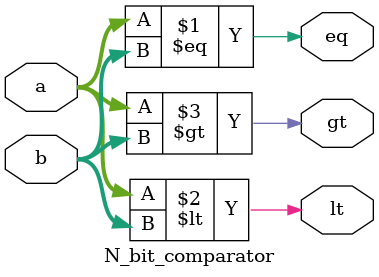
<source format=v>
`timescale 1ns / 1ps

module N_bit_comparator
 #(parameter N=4)
 (input [N-1:0] a, b, output eq, lt, gt);
  assign eq = (a == b);
  assign lt = (a < b);
  assign gt = (a > b);
endmodule


</source>
